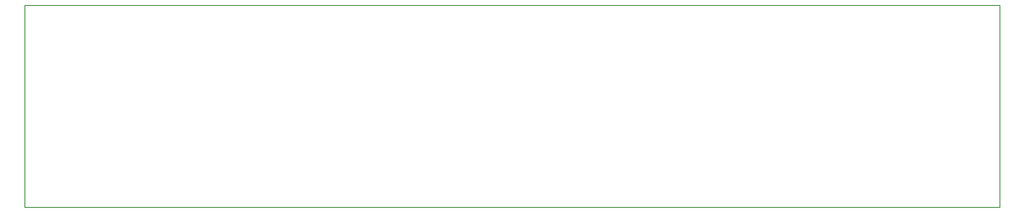
<source format=gbr>
%TF.GenerationSoftware,KiCad,Pcbnew,(6.0.0-0)*%
%TF.CreationDate,2022-07-05T22:02:20-04:00*%
%TF.ProjectId,Comparator,436f6d70-6172-4617-946f-722e6b696361,rev?*%
%TF.SameCoordinates,Original*%
%TF.FileFunction,Profile,NP*%
%FSLAX46Y46*%
G04 Gerber Fmt 4.6, Leading zero omitted, Abs format (unit mm)*
G04 Created by KiCad (PCBNEW (6.0.0-0)) date 2022-07-05 22:02:20*
%MOMM*%
%LPD*%
G01*
G04 APERTURE LIST*
%TA.AperFunction,Profile*%
%ADD10C,0.050000*%
%TD*%
G04 APERTURE END LIST*
D10*
X106934000Y-106680000D02*
X204724000Y-106680000D01*
X204724000Y-106680000D02*
X204724000Y-86360000D01*
X204724000Y-86360000D02*
X106934000Y-86360000D01*
X106934000Y-86360000D02*
X106934000Y-106680000D01*
M02*

</source>
